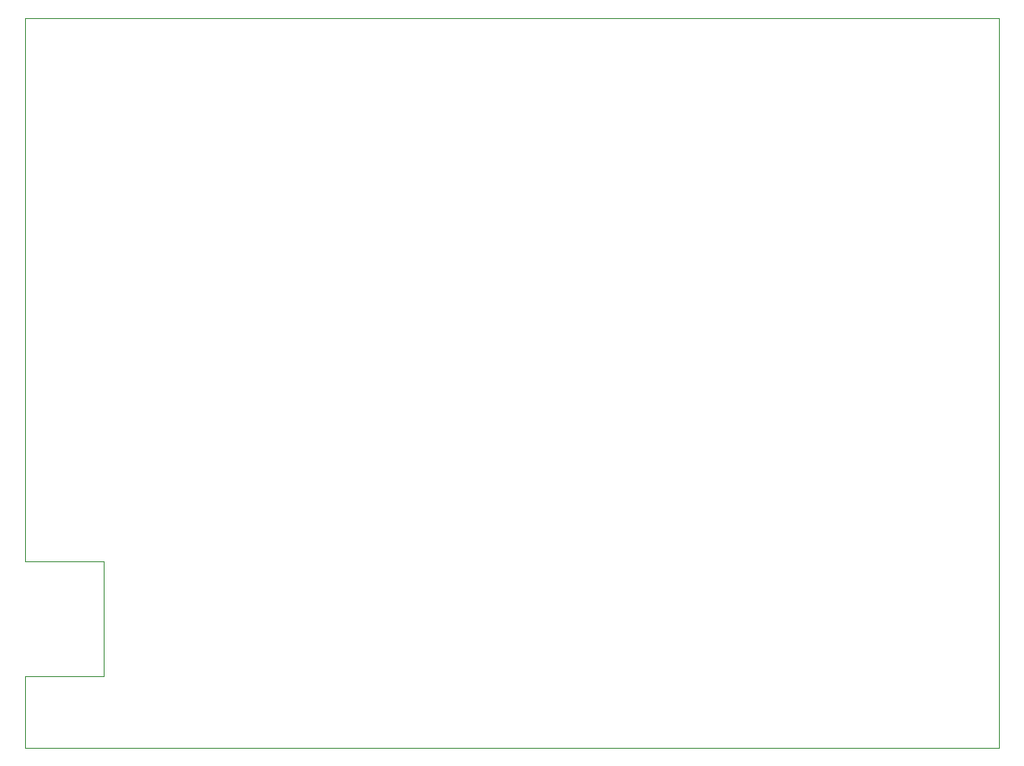
<source format=gbr>
%TF.GenerationSoftware,KiCad,Pcbnew,8.0.7-8.0.7-0~ubuntu22.04.1*%
%TF.CreationDate,2024-12-14T21:10:45+08:00*%
%TF.ProjectId,SmartClock,536d6172-7443-46c6-9f63-6b2e6b696361,rev?*%
%TF.SameCoordinates,Original*%
%TF.FileFunction,Profile,NP*%
%FSLAX46Y46*%
G04 Gerber Fmt 4.6, Leading zero omitted, Abs format (unit mm)*
G04 Created by KiCad (PCBNEW 8.0.7-8.0.7-0~ubuntu22.04.1) date 2024-12-14 21:10:45*
%MOMM*%
%LPD*%
G01*
G04 APERTURE LIST*
%TA.AperFunction,Profile*%
%ADD10C,0.050000*%
%TD*%
G04 APERTURE END LIST*
D10*
X102750000Y-117500000D02*
X102750000Y-106500000D01*
X95000000Y-117500000D02*
X95000000Y-124500000D01*
X102750000Y-106500000D02*
X102750000Y-106250000D01*
X95000000Y-53000000D02*
X95000000Y-106250000D01*
X95000000Y-124500000D02*
X190500000Y-124500000D01*
X190500000Y-53000000D02*
X95000000Y-53000000D01*
X102750000Y-106250000D02*
X95000000Y-106250000D01*
X95000000Y-117500000D02*
X102750000Y-117500000D01*
X190500000Y-124500000D02*
X190500000Y-53000000D01*
M02*

</source>
